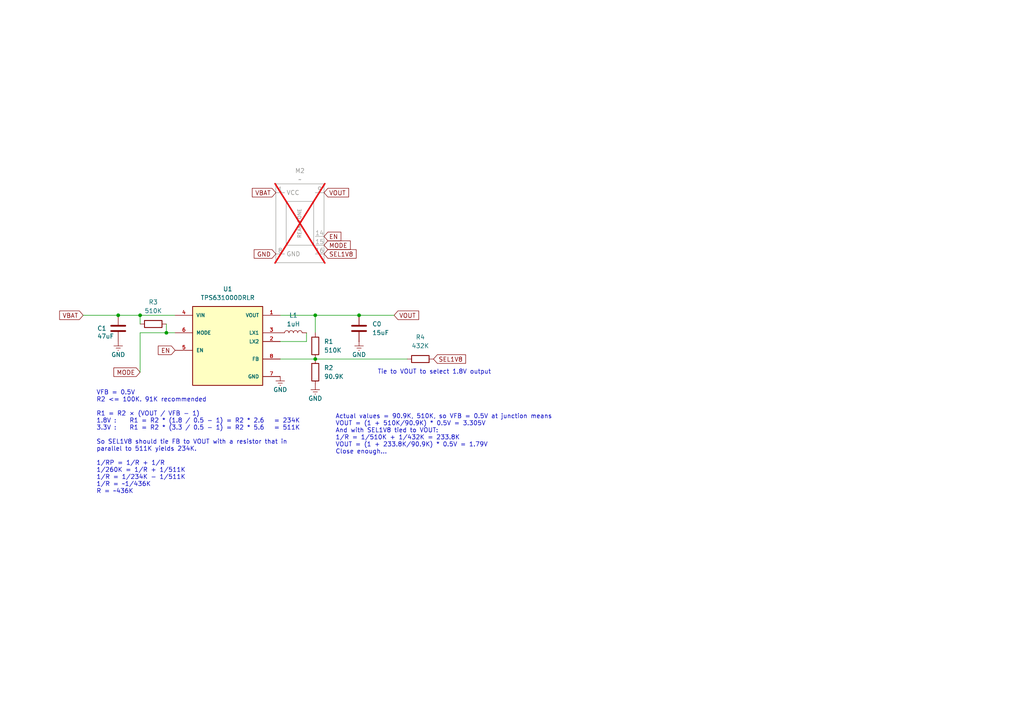
<source format=kicad_sch>
(kicad_sch (version 20250114) (generator "eeschema") (generator_version "9.0")
  (paper "A4")
  (title_block (title "MEGAphone megaphone-low-current-dc-dc-converter") (rev "20250216") (comment 1 "Adapted for MEGAphone module format") (comment 2 "Adapted for 3.5V output voltage"))
  (lib_symbols
    (symbol "Device:C" (pin_numbers (hide yes)) (pin_names (offset 0.254))
      (property "Reference" "C" (at 0.635 2.54 0))
      (property "Value" "C" (at 0.635 -2.54 0))
      (symbol "C_0_1"
        (polyline (pts (xy -2.032 0.762) (xy 2.032 0.762)) (stroke (width 0.508)))
        (polyline (pts (xy -2.032 -0.762) (xy 2.032 -0.762)) (stroke (width 0.508)))
      )
      (symbol "C_1_1"
        (pin passive line (at 0 3.81 270) (length 2.794) (name "~") (number "1"))
        (pin passive line (at 0 -3.81 90) (length 2.794) (name "~") (number "2"))
      )
    )
    (symbol "Device:L" (pin_numbers (hide yes)) (pin_names (offset 1.016) (hide yes))
      (property "Reference" "L" (at -1.27 0 90))
      (property "Value" "L" (at 1.905 0 90))
      (symbol "L_0_1"
        (arc (start 0 2.54) (mid 0.6323 1.905) (end 0 1.27))
        (arc (start 0 1.27) (mid 0.6323 0.635) (end 0 0))
        (arc (start 0 0) (mid 0.6323 -0.635) (end 0 -1.27))
        (arc (start 0 -1.27) (mid 0.6323 -1.905) (end 0 -2.54))
      )
      (symbol "L_1_1"
        (pin passive line (at 0 3.81 270) (length 1.27) (name "1") (number "1"))
        (pin passive line (at 0 -3.81 90) (length 1.27) (name "2") (number "2"))
      )
    )
    (symbol "Device:R" (pin_numbers (hide yes)) (pin_names (offset 0))
      (property "Reference" "R" (at 2.032 0 90))
      (property "Value" "R" (at 0 0 90))
      (symbol "R_0_1"
        (rectangle (start -1.016 -2.54) (end 1.016 2.54) (stroke (width 0.254)))
      )
      (symbol "R_1_1"
        (pin passive line (at 0 3.81 270) (length 1.27) (name "~") (number "1"))
        (pin passive line (at 0 -3.81 90) (length 1.27) (name "~") (number "2"))
      )
    )
    (symbol "MegaCastle:MegaCastle2x8-Module-I7.0x15.5-M8187"
      (property "Reference" "M" (at 0 -13.97 0))
      (symbol "MegaCastle2x8-Module-I7.0x15.5-M8187_0_1"
        (rectangle (start -6.35 11.43) (end 7.62 -11.43))
        (rectangle (start -3.35 6.35) (end 4.62 -6.35))
      )
      (symbol "MegaCastle2x8-Module-I7.0x15.5-M8187_1_1"
        (text "REAR ZONE" (at 0.5 0 900) (effects (font (size 1 1))))
        (pin bidirectional line (at -6.35 8.89 0) (length 2.54) (name "VCC") (number "1"))
        (pin bidirectional line (at -6.35 -8.89 0) (length 2.54) (name "GND") (number "8"))
        (pin bidirectional line (at 7.62 8.89 180) (length 2.54) (name "") (number "9"))
        (pin bidirectional line (at 7.62 -3.81 180) (length 2.54) (name "") (number "14"))
        (pin bidirectional line (at 7.62 -6.35 180) (length 2.54) (name "") (number "15"))
        (pin bidirectional line (at 7.62 -8.89 180) (length 2.54) (name "") (number "16"))
      )
    )
    (symbol "TPS631000DRLR:TPS631000DRLR" (pin_names (offset 1.016))
      (property "Reference" "U" (at -10.16 13.208 0))
      (property "Value" "TPS631000DRLR" (at -10.16 -12.7 0))
      (symbol "TPS631000DRLR_0_0"
        (rectangle (start -10.16 -10.16) (end 10.16 12.7) (stroke (width 0.254)) (fill (type background)))
        (pin input line (at -15.24 10.16 0) (length 5.08) (name "VIN") (number "4"))
        (pin input line (at -15.24 5.08 0) (length 5.08) (name "MODE") (number "6"))
        (pin input line (at -15.24 0 0) (length 5.08) (name "EN") (number "5"))
        (pin output line (at 15.24 10.16 180) (length 5.08) (name "VOUT") (number "1"))
        (pin output line (at 15.24 5.08 180) (length 5.08) (name "LX1") (number "3"))
        (pin output line (at 15.24 2.54 180) (length 5.08) (name "LX2") (number "2"))
        (pin input line (at 15.24 -2.54 180) (length 5.08) (name "FB") (number "8"))
        (pin power_in line (at 15.24 -7.62 180) (length 5.08) (name "GND") (number "7"))
      )
    )
    (symbol "power:Earth" (power) (pin_numbers (hide yes)) (pin_names (offset 0) (hide yes))
      (property "Value" "Earth" (at 0 -3.81 0))
      (symbol "Earth_0_1"
        (polyline (pts (xy -0.635 -1.905) (xy 0.635 -1.905)))
        (polyline (pts (xy -0.127 -2.54) (xy 0.127 -2.54)))
        (polyline (pts (xy 0 -1.27) (xy 0 0)))
        (polyline (pts (xy 1.27 -1.27) (xy -1.27 -1.27)))
      )
      (symbol "Earth_1_1"
        (pin power_in line (at 0 0 270) (length 0) (name "~") (number "1"))
      )
    )
  )
  (text "VFB = 0.5V\nR2 <= 100K. 91K recommended\n\nR1 = R2 × (VOUT / VFB - 1)\n1.8V :    R1 = R2 * (1.8 / 0.5 - 1) = R2 * 2.6   = 234K\n3.3V :    R1 = R2 * (3.3 / 0.5 - 1) = R2 * 5.6   = 511K\n\nSo SEL1V8 should tie FB to VOUT with a resistor that in\nparallel to 511K yields 234K.\n\n1/RP = 1/R + 1/R\n1/260K = 1/R + 1/511K\n1/R = 1/234K - 1/511K\n1/R = ~1/436K\nR = ~436K" (at 27.94 128.27 0) (effects (font (size 1.27 1.27)) (justify left)))
  (text "Actual values = 90.9K, 510K, so VFB = 0.5V at junction means\nVOUT = (1 + 510K/90.9K) * 0.5V = 3.305V\nAnd with SEL1V8 tied to VOUT:\n1/R = 1/510K + 1/432K = 233.8K\nVOUT = (1 + 233.8K/90.9K) * 0.5V = 1.79V\nClose enough..." (at 97.282 125.984 0) (effects (font (size 1.27 1.27)) (justify left)))
  (text "Tie to VOUT to select 1.8V output" (at 125.984 107.95 0) (effects (font (size 1.27 1.27))))
  (junction (at 91.44 91.44))
  (junction (at 91.44 104.14))
  (junction (at 48.26 96.52))
  (junction (at 40.64 91.44))
  (junction (at 34.29 91.44))
  (junction (at 104.14 91.44))
  (wire (pts (xy 81.28 91.44) (xy 91.44 91.44)))
  (wire (pts (xy 88.9 99.06) (xy 88.9 96.52)))
  (wire (pts (xy 40.64 91.44) (xy 50.8 91.44)))
  (wire (pts (xy 91.44 91.44) (xy 91.44 96.52)))
  (wire (pts (xy 104.14 91.44) (xy 114.3 91.44)))
  (wire (pts (xy 48.26 93.98) (xy 48.26 96.52)))
  (wire (pts (xy 91.44 104.14) (xy 118.11 104.14)))
  (wire (pts (xy 34.29 91.44) (xy 40.64 91.44)))
  (wire (pts (xy 81.28 104.14) (xy 91.44 104.14)))
  (wire (pts (xy 40.64 91.44) (xy 40.64 93.98)))
  (wire (pts (xy 48.26 96.52) (xy 50.8 96.52)))
  (wire (pts (xy 40.64 96.52) (xy 40.64 107.95)))
  (wire (pts (xy 40.64 96.52) (xy 48.26 96.52)))
  (wire (pts (xy 24.13 91.44) (xy 34.29 91.44)))
  (wire (pts (xy 81.28 99.06) (xy 88.9 99.06)))
  (wire (pts (xy 91.44 91.44) (xy 104.14 91.44)))
  (global_label "SEL1V8" (shape input) (at 93.98 73.66 0) (property "Intersheetrefs" "${INTERSHEET_REFS}" (effects (hide yes))))
  (global_label "VBAT" (shape input) (at 24.13 91.44 180) (property "Intersheetrefs" "${INTERSHEET_REFS}" (effects (hide yes))))
  (global_label "EN" (shape input) (at 50.8 101.6 180) (property "Intersheetrefs" "${INTERSHEET_REFS}" (effects (hide yes))))
  (global_label "SEL1V8" (shape input) (at 125.73 104.14 0) (property "Intersheetrefs" "${INTERSHEET_REFS}" (effects (hide yes))))
  (global_label "VBAT" (shape input) (at 80.01 55.88 180) (property "Intersheetrefs" "${INTERSHEET_REFS}" (effects (hide yes))))
  (global_label "EN" (shape input) (at 93.98 68.58 0) (property "Intersheetrefs" "${INTERSHEET_REFS}" (effects (hide yes))))
  (global_label "VOUT" (shape input) (at 93.98 55.88 0) (property "Intersheetrefs" "${INTERSHEET_REFS}" (effects (hide yes))))
  (global_label "MODE" (shape input) (at 40.64 107.95 180) (property "Intersheetrefs" "${INTERSHEET_REFS}" (effects (hide yes))))
  (global_label "GND" (shape input) (at 80.01 73.66 180) (property "Intersheetrefs" "${INTERSHEET_REFS}" (effects (hide yes))))
  (global_label "VOUT" (shape input) (at 114.3 91.44 0) (property "Intersheetrefs" "${INTERSHEET_REFS}" (effects (hide yes))))
  (global_label "MODE" (shape input) (at 93.98 71.12 0) (property "Intersheetrefs" "${INTERSHEET_REFS}" (effects (hide yes))))
  (symbol (lib_id "Device:C") (at 104.14 95.25 0) (unit 1)
    (property "Reference" "C0" (at 107.95 93.9799 0) (effects (justify left)))
    (property "Value" "15uF" (at 107.95 96.5199 0) (effects (justify left)))
    (property "Footprint" "Capacitor_SMD:C_0805_2012Metric" (effects (hide yes)))
    (property "Datasheet" "C2012X7S1A156M125AC" (effects (hide yes)))
    (property "LCSC" "C23692982" (effects (hide yes)))
  )
  (symbol (lib_id "Device:R") (at 121.92 104.14 270) (unit 1)
    (property "Reference" "R4" (at 121.92 97.79 90))
    (property "Value" "432K" (at 121.92 100.33 90))
    (property "Footprint" "Resistor_SMD:R_0805_2012Metric" (effects (hide yes)))
    (property "Datasheet" "RC0805FR-07432KL" (effects (hide yes)))
    (property "Description" "Resistor" (effects (hide yes)))
    (property "LCSC" "C137526" (effects (hide yes)))
  )
  (symbol (lib_id "power:Earth") (at 104.14 99.06 0) (unit 1)
    (property "Reference" "#PWR03" (effects (hide yes)))
    (property "Value" "GND" (at 104.14 102.87 0))
    (property "Description" "Power symbol creates a global label with name \"Earth\"" (effects (hide yes)))
  )
  (symbol (lib_id "Device:R") (at 91.44 107.95 0) (unit 1)
    (property "Reference" "R2" (at 93.98 106.6799 0) (effects (justify left)))
    (property "Value" "90.9K" (at 93.98 109.2199 0) (effects (justify left)))
    (property "Footprint" "Resistor_SMD:R_0805_2012Metric" (effects (hide yes)))
    (property "Datasheet" "RMCF0805FT90K9" (effects (hide yes)))
    (property "Description" "Resistor" (effects (hide yes)))
    (property "LCSC" "C229044" (effects (hide yes)))
  )
  (symbol (lib_id "power:Earth") (at 91.44 111.76 0) (unit 1)
    (property "Reference" "#PWR04" (effects (hide yes)))
    (property "Value" "GND" (at 91.44 115.57 0))
    (property "Description" "Power symbol creates a global label with name \"Earth\"" (effects (hide yes)))
  )
  (symbol (lib_id "MegaCastle:MegaCastle2x8-Module-I7.0x15.5-M8187") (at 86.36 64.77 0) (unit 1) (in_bom no) (dnp yes)
    (property "Reference" "M2" (at 86.995 49.53 0))
    (property "Value" "~" (at 86.995 52.07 0))
    (property "Footprint" "megaphone-low-current-dc-dc-converter Footprint Library:MegaCastle2x8-Module-I15.0x15.5-M8187-SPAREPAD" (effects (hide yes)))
    (property "Description" "Generated using footprint-gen .. 7 14 6 M8187" (effects (hide yes)))
  )
  (symbol (lib_id "power:Earth") (at 81.28 109.22 0) (unit 1)
    (property "Reference" "#PWR02" (effects (hide yes)))
    (property "Value" "GND" (at 81.28 113.03 0))
    (property "Description" "Power symbol creates a global label with name \"Earth\"" (effects (hide yes)))
  )
  (symbol (lib_id "Device:R") (at 91.44 100.33 0) (unit 1)
    (property "Reference" "R1" (at 93.98 99.0599 0) (effects (justify left)))
    (property "Value" "510K" (at 93.98 101.5999 0) (effects (justify left)))
    (property "Footprint" "Resistor_SMD:R_0805_2012Metric" (effects (hide yes)))
    (property "Datasheet" "CR10514J" (effects (hide yes)))
    (property "Description" "Resistor" (effects (hide yes)))
    (property "LCSC" "C2907332" (effects (hide yes)))
  )
  (symbol (lib_id "Device:C") (at 34.29 95.25 180) (unit 1)
    (property "Reference" "C1" (at 28.194 95.25 0) (effects (justify right)))
    (property "Value" "47uF" (at 28.194 97.536 0) (effects (justify right)))
    (property "Footprint" "Capacitor_SMD:C_0805_2012Metric" (effects (hide yes)))
    (property "Datasheet" "GRM219R60J476ME44" (effects (hide yes)))
    (property "LCSC" "C16780" (effects (hide yes)))
  )
  (symbol (lib_id "TPS631000DRLR:TPS631000DRLR") (at 66.04 101.6 0) (unit 1)
    (property "Reference" "U1" (at 66.04 83.82 0))
    (property "Value" "TPS631000DRLR" (at 66.04 86.36 0))
    (property "Footprint" "megaphone-low-current-dc-dc-converter:SOT50P160X60-8N" (effects (hide yes)))
    (property "MF" "Texas Instruments" (effects (hide yes)))
    (property "SNAPEDA_PACKAGE_ID" "124400" (effects (hide yes)))
    (property "Package" "SOT-583 Texas Instruments" (effects (hide yes)))
    (property "Price" "None" (effects (hide yes)))
    (property "Check_prices" "https://www.snapeda.com/parts/TPS631000DRLR/Texas+Instruments/view-part/?ref=eda" (effects (hide yes)))
    (property "STANDARD" "IPC 7351B" (effects (hide yes)))
    (property "PARTREV" "B" (effects (hide yes)))
    (property "SnapEDA_Link" "https://www.snapeda.com/parts/TPS631000DRLR/Texas+Instruments/view-part/?ref=snap" (effects (hide yes)))
    (property "MP" "TPS631000DRLR" (effects (hide yes)))
    (property "Description_1" "\n                        \n                            1.5-A output current, high-power-density buck-boost converter\n                        \n" (effects (hide yes)))
    (property "MANUFACTURER" "Texas Instruments" (effects (hide yes)))
    (property "Availability" "In Stock" (effects (hide yes)))
    (property "MAXIMUM_PACKAGE_HEIGHT" "0.6mm" (effects (hide yes)))
    (property "LCSC" "C5219190" (effects (hide yes)))
  )
  (symbol (lib_id "Device:R") (at 44.45 93.98 90) (unit 1)
    (property "Reference" "R3" (at 44.45 87.63 90))
    (property "Value" "510K" (at 44.45 90.17 90))
    (property "Footprint" "Resistor_SMD:R_0805_2012Metric" (effects (hide yes)))
    (property "Datasheet" "CR10514J" (effects (hide yes)))
    (property "Description" "Resistor" (effects (hide yes)))
    (property "LCSC" "C2907332" (effects (hide yes)))
  )
  (symbol (lib_id "Device:L") (at 85.09 96.52 90) (unit 1)
    (property "Reference" "L1" (at 85.09 91.44 90))
    (property "Value" "1uH" (at 85.09 93.98 90))
    (property "Footprint" "Inductor_SMD:L_1008_2520Metric_Pad1.43x2.20mm_HandSolder" (effects (hide yes)))
    (property "Datasheet" "DFE252012P-1R0M=P2" (effects (hide yes)))
    (property "LCSC" "C882955" (effects (hide yes)))
  )
  (symbol (lib_id "power:Earth") (at 34.29 99.06 0) (unit 1)
    (property "Reference" "#PWR01" (effects (hide yes)))
    (property "Value" "GND" (at 34.29 102.87 0))
    (property "Description" "Power symbol creates a global label with name \"Earth\"" (effects (hide yes)))
  )
)
</source>
